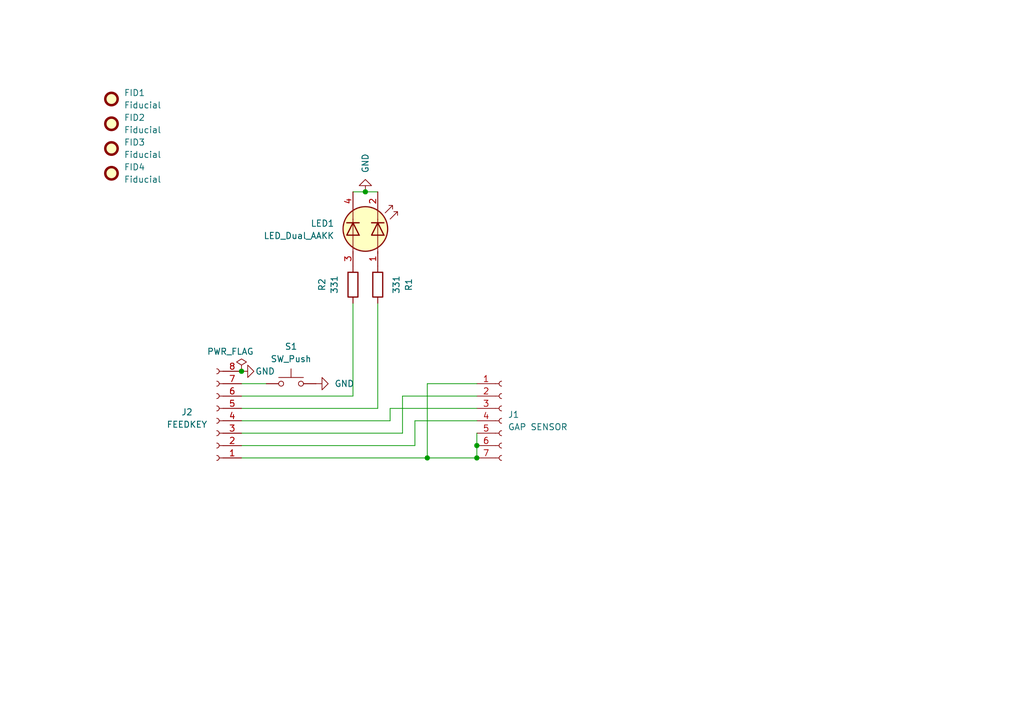
<source format=kicad_sch>
(kicad_sch (version 20231120) (generator "eeschema") (generator_version "8.0")
  (paper "A5")
  (lib_symbols
    (symbol "Connector:Conn_01x07_Socket" (pin_names (offset 1.016) hide)
      (property "Reference" "J" (at 0 10.16 0))
      (property "Value" "Conn_01x07_Socket" (at 0 -10.16 0))
      (symbol "Conn_01x07_Socket_1_1"
        (arc (start 0 -7.112) (mid -0.5058 -7.62) (end 0 -8.128) (stroke (width 0.1524)))
        (arc (start 0 -4.572) (mid -0.5058 -5.08) (end 0 -5.588) (stroke (width 0.1524)))
        (arc (start 0 -2.032) (mid -0.5058 -2.54) (end 0 -3.048) (stroke (width 0.1524)))
        (polyline (pts (xy -1.27 -7.62) (xy -0.508 -7.62)) (stroke (width 0.1524)))
        (polyline (pts (xy -1.27 -5.08) (xy -0.508 -5.08)) (stroke (width 0.1524)))
        (polyline (pts (xy -1.27 -2.54) (xy -0.508 -2.54)) (stroke (width 0.1524)))
        (polyline (pts (xy -1.27 0) (xy -0.508 0)) (stroke (width 0.1524)))
        (polyline (pts (xy -1.27 2.54) (xy -0.508 2.54)) (stroke (width 0.1524)))
        (polyline (pts (xy -1.27 5.08) (xy -0.508 5.08)) (stroke (width 0.1524)))
        (polyline (pts (xy -1.27 7.62) (xy -0.508 7.62)) (stroke (width 0.1524)))
        (arc (start 0 0.508) (mid -0.5058 0) (end 0 -0.508) (stroke (width 0.1524)))
        (arc (start 0 3.048) (mid -0.5058 2.54) (end 0 2.032) (stroke (width 0.1524)))
        (arc (start 0 5.588) (mid -0.5058 5.08) (end 0 4.572) (stroke (width 0.1524)))
        (arc (start 0 8.128) (mid -0.5058 7.62) (end 0 7.112) (stroke (width 0.1524)))
        (pin passive line (at -5.08 7.62 0) (length 3.81) (name "Pin_1") (number "1"))
        (pin passive line (at -5.08 5.08 0) (length 3.81) (name "Pin_2") (number "2"))
        (pin passive line (at -5.08 2.54 0) (length 3.81) (name "Pin_3") (number "3"))
        (pin passive line (at -5.08 0 0) (length 3.81) (name "Pin_4") (number "4"))
        (pin passive line (at -5.08 -2.54 0) (length 3.81) (name "Pin_5") (number "5"))
        (pin passive line (at -5.08 -5.08 0) (length 3.81) (name "Pin_6") (number "6"))
        (pin passive line (at -5.08 -7.62 0) (length 3.81) (name "Pin_7") (number "7"))
      )
    )
    (symbol "Connector:Conn_01x08_Socket" (pin_names (offset 1.016) hide)
      (property "Reference" "J" (at 0 10.16 0))
      (property "Value" "Conn_01x08_Socket" (at 0 -12.7 0))
      (symbol "Conn_01x08_Socket_1_1"
        (arc (start 0 -9.652) (mid -0.5058 -10.16) (end 0 -10.668) (stroke (width 0.1524)))
        (arc (start 0 -7.112) (mid -0.5058 -7.62) (end 0 -8.128) (stroke (width 0.1524)))
        (arc (start 0 -4.572) (mid -0.5058 -5.08) (end 0 -5.588) (stroke (width 0.1524)))
        (arc (start 0 -2.032) (mid -0.5058 -2.54) (end 0 -3.048) (stroke (width 0.1524)))
        (polyline (pts (xy -1.27 -10.16) (xy -0.508 -10.16)) (stroke (width 0.1524)))
        (polyline (pts (xy -1.27 -7.62) (xy -0.508 -7.62)) (stroke (width 0.1524)))
        (polyline (pts (xy -1.27 -5.08) (xy -0.508 -5.08)) (stroke (width 0.1524)))
        (polyline (pts (xy -1.27 -2.54) (xy -0.508 -2.54)) (stroke (width 0.1524)))
        (polyline (pts (xy -1.27 0) (xy -0.508 0)) (stroke (width 0.1524)))
        (polyline (pts (xy -1.27 2.54) (xy -0.508 2.54)) (stroke (width 0.1524)))
        (polyline (pts (xy -1.27 5.08) (xy -0.508 5.08)) (stroke (width 0.1524)))
        (polyline (pts (xy -1.27 7.62) (xy -0.508 7.62)) (stroke (width 0.1524)))
        (arc (start 0 0.508) (mid -0.5058 0) (end 0 -0.508) (stroke (width 0.1524)))
        (arc (start 0 3.048) (mid -0.5058 2.54) (end 0 2.032) (stroke (width 0.1524)))
        (arc (start 0 5.588) (mid -0.5058 5.08) (end 0 4.572) (stroke (width 0.1524)))
        (arc (start 0 8.128) (mid -0.5058 7.62) (end 0 7.112) (stroke (width 0.1524)))
        (pin passive line (at -5.08 7.62 0) (length 3.81) (name "Pin_1") (number "1"))
        (pin passive line (at -5.08 5.08 0) (length 3.81) (name "Pin_2") (number "2"))
        (pin passive line (at -5.08 2.54 0) (length 3.81) (name "Pin_3") (number "3"))
        (pin passive line (at -5.08 0 0) (length 3.81) (name "Pin_4") (number "4"))
        (pin passive line (at -5.08 -2.54 0) (length 3.81) (name "Pin_5") (number "5"))
        (pin passive line (at -5.08 -5.08 0) (length 3.81) (name "Pin_6") (number "6"))
        (pin passive line (at -5.08 -7.62 0) (length 3.81) (name "Pin_7") (number "7"))
        (pin passive line (at -5.08 -10.16 0) (length 3.81) (name "Pin_8") (number "8"))
      )
    )
    (symbol "Device:LED_Dual_AKAK" (pin_names (offset 0) hide)
      (property "Reference" "D" (at 0 5.715 0))
      (property "Value" "LED_Dual_AKAK" (at 0 -6.35 0))
      (symbol "LED_Dual_AKAK_0_1"
        (polyline (pts (xy -5.08 -2.54) (xy 2.032 -2.54)))
        (polyline (pts (xy -5.08 2.54) (xy 2.032 2.54)))
        (polyline (pts (xy 1.27 -1.27) (xy 1.27 -3.81)) (stroke (width 0.254)))
        (polyline (pts (xy 1.27 3.81) (xy 1.27 1.27)) (stroke (width 0.254)))
        (polyline (pts (xy 3.81 -2.54) (xy 1.905 -2.54)))
        (polyline (pts (xy 3.81 2.54) (xy 1.905 2.54)))
        (polyline (pts (xy -1.27 -1.27) (xy -1.27 -3.81) (xy 1.27 -2.54) (xy -1.27 -1.27)) (stroke (width 0.254)))
        (polyline (pts (xy -1.27 3.81) (xy -1.27 1.27) (xy 1.27 2.54) (xy -1.27 3.81)) (stroke (width 0.254)))
        (polyline (pts (xy 2.032 5.08) (xy 3.556 6.604) (xy 2.794 6.604) (xy 3.556 6.604) (xy 3.556 5.842)))
        (polyline (pts (xy 3.302 4.064) (xy 4.826 5.588) (xy 4.064 5.588) (xy 4.826 5.588) (xy 4.826 4.826)))
        (circle (center 0 0) (radius 4.572) (stroke (width 0.254)) (fill (type background)))
      )
      (symbol "LED_Dual_AKAK_1_1"
        (pin input line (at -7.62 2.54 0) (length 3.048) (name "A1") (number "1"))
        (pin input line (at 7.62 2.54 180) (length 3.81) (name "K1") (number "2"))
        (pin input line (at -7.62 -2.54 0) (length 3.048) (name "A2") (number "3"))
        (pin input line (at 7.62 -2.54 180) (length 3.81) (name "K2") (number "4"))
      )
    )
    (symbol "Device:R" (pin_numbers hide) (pin_names (offset 0))
      (property "Reference" "R" (at 2.032 0 90))
      (property "Value" "R" (at 0 0 90))
      (symbol "R_0_1"
        (rectangle (start -1.016 -2.54) (end 1.016 2.54) (stroke (width 0.254)))
      )
      (symbol "R_1_1"
        (pin passive line (at 0 3.81 270) (length 1.27) (name "~") (number "1"))
        (pin passive line (at 0 -3.81 90) (length 1.27) (name "~") (number "2"))
      )
    )
    (symbol "Mechanical:Fiducial" (exclude_from_sim yes) (in_bom no)
      (property "Reference" "FID" (at 0 5.08 0))
      (property "Value" "Fiducial" (at 0 3.175 0))
      (symbol "Fiducial_0_1"
        (circle (center 0 0) (radius 1.27) (stroke (width 0.508)) (fill (type background)))
      )
    )
    (symbol "Switch:SW_Push" (pin_numbers hide) (pin_names (offset 1.016) hide)
      (property "Reference" "SW" (at 1.27 2.54 0))
      (property "Value" "SW_Push" (at 0 -1.524 0))
      (symbol "SW_Push_0_1"
        (circle (center -2.032 0) (radius 0.508))
        (polyline (pts (xy 0 1.27) (xy 0 3.048)))
        (polyline (pts (xy 2.54 1.27) (xy -2.54 1.27)))
        (circle (center 2.032 0) (radius 0.508))
        (pin passive line (at -5.08 0 0) (length 2.54) (name "1") (number "1"))
        (pin passive line (at 5.08 0 180) (length 2.54) (name "2") (number "2"))
      )
    )
    (symbol "power:GND" (power) (pin_numbers hide) (pin_names (offset 0) hide)
      (property "Value" "GND" (at 0 -3.81 0))
      (symbol "GND_0_1"
        (polyline (pts (xy 0 0) (xy 0 -1.27) (xy 1.27 -1.27) (xy 0 -2.54) (xy -1.27 -1.27) (xy 0 -1.27)))
      )
      (symbol "GND_1_1"
        (pin power_in line (at 0 0 270) (length 0) (name "~") (number "1"))
      )
    )
    (symbol "power:PWR_FLAG" (power) (pin_numbers hide) (pin_names (offset 0) hide)
      (property "Value" "PWR_FLAG" (at 0 3.81 0))
      (symbol "PWR_FLAG_0_0"
        (pin power_out line (at 0 0 90) (length 0) (name "~") (number "1"))
      )
      (symbol "PWR_FLAG_0_1"
        (polyline (pts (xy 0 0) (xy 0 1.27) (xy -1.016 1.905) (xy 0 2.54) (xy 1.016 1.905) (xy 0 1.27)))
      )
    )
  )
  (junction (at 97.79 93.98))
  (junction (at 87.63 93.98))
  (junction (at 74.93 39.37))
  (junction (at 97.79 91.44))
  (junction (at 49.53 76.2))
  (wire (pts (xy 49.53 88.9) (xy 82.55 88.9)))
  (wire (pts (xy 97.79 88.9) (xy 97.79 91.44)))
  (wire (pts (xy 77.47 39.37) (xy 74.93 39.37)))
  (wire (pts (xy 77.47 83.82) (xy 49.53 83.82)))
  (wire (pts (xy 49.53 81.28) (xy 72.39 81.28)))
  (wire (pts (xy 80.01 86.36) (xy 49.53 86.36)))
  (wire (pts (xy 54.61 78.74) (xy 49.53 78.74)))
  (wire (pts (xy 82.55 88.9) (xy 82.55 81.28)))
  (wire (pts (xy 72.39 81.28) (xy 72.39 62.23)))
  (wire (pts (xy 77.47 62.23) (xy 77.47 83.82)))
  (wire (pts (xy 49.53 93.98) (xy 87.63 93.98)))
  (wire (pts (xy 97.79 78.74) (xy 87.63 78.74)))
  (wire (pts (xy 87.63 93.98) (xy 97.79 93.98)))
  (wire (pts (xy 97.79 83.82) (xy 80.01 83.82)))
  (wire (pts (xy 85.09 91.44) (xy 49.53 91.44)))
  (wire (pts (xy 80.01 83.82) (xy 80.01 86.36)))
  (wire (pts (xy 97.79 91.44) (xy 97.79 93.98)))
  (wire (pts (xy 74.93 39.37) (xy 72.39 39.37)))
  (wire (pts (xy 97.79 86.36) (xy 85.09 86.36)))
  (wire (pts (xy 82.55 81.28) (xy 97.79 81.28)))
  (wire (pts (xy 85.09 86.36) (xy 85.09 91.44)))
  (wire (pts (xy 87.63 78.74) (xy 87.63 93.98)))
  (symbol (lib_id "Mechanical:Fiducial") (at 22.86 35.56 0) (unit 1) (exclude_from_sim yes) (in_bom no)
    (property "Reference" "FID4" (at 25.4 34.2899 0) (effects (justify left)))
    (property "Value" "Fiducial" (at 25.4 36.8299 0) (effects (justify left)))
    (property "Footprint" "Fiducial:Fiducial_1.5mm_Mask3mm" (effects (hide yes)))
    (property "Description" "Fiducial Marker" (effects (hide yes)))
  )
  (symbol (lib_id "Device:LED_Dual_AKAK") (at 74.93 46.99 270) (mirror x) (unit 1)
    (property "Reference" "LED1" (at 68.58 45.8469 90) (effects (justify right)))
    (property "Value" "LED_Dual_AAKK" (at 68.58 48.3869 90) (effects (justify right)))
    (property "Footprint" "LED_SMD:LED_Kingbright_KPBD-3224" (effects (hide yes)))
    (property "Description" "Dual LED, cathodes on pins 2 and 4" (effects (hide yes)))
  )
  (symbol (lib_id "Mechanical:Fiducial") (at 22.86 20.32 0) (unit 1) (exclude_from_sim yes) (in_bom no)
    (property "Reference" "FID1" (at 25.4 19.0499 0) (effects (justify left)))
    (property "Value" "Fiducial" (at 25.4 21.5899 0) (effects (justify left)))
    (property "Footprint" "Fiducial:Fiducial_1.5mm_Mask3mm" (effects (hide yes)))
    (property "Description" "Fiducial Marker" (effects (hide yes)))
  )
  (symbol (lib_id "Connector:Conn_01x08_Socket") (at 44.45 86.36 180) (unit 1)
    (property "Reference" "J2" (at 38.354 84.582 0))
    (property "Value" "FEEDKEY" (at 38.354 87.122 0))
    (property "Footprint" "Connector_JST:JST_GH_BM08B-GHS-TBT_1x08-1MP_P1.25mm_Vertical" (effects (hide yes)))
    (property "Description" "Generic connector, single row, 01x08, script generated" (effects (hide yes)))
  )
  (symbol (lib_id "Device:R") (at 72.39 58.42 0) (mirror x) (unit 1)
    (property "Reference" "R2" (at 66.04 58.42 90))
    (property "Value" "331" (at 68.58 58.42 90))
    (property "Footprint" "LED_SMD:LED_0805_2012Metric" (effects (hide yes)))
    (property "Description" "Resistor" (effects (hide yes)))
  )
  (symbol (lib_id "power:GND") (at 74.93 39.37 0) (mirror x) (unit 1)
    (property "Reference" "#PWR01" (effects (hide yes)))
    (property "Value" "GND" (at 74.9301 35.56 90) (effects (justify right)))
    (property "Description" "Power symbol creates a global label with name \"GND\" , ground" (effects (hide yes)))
  )
  (symbol (lib_id "Device:R") (at 77.47 58.42 0) (unit 1)
    (property "Reference" "R1" (at 83.82 58.42 90))
    (property "Value" "331" (at 81.28 58.42 90))
    (property "Footprint" "LED_SMD:LED_0805_2012Metric" (effects (hide yes)))
    (property "Description" "Resistor" (effects (hide yes)))
  )
  (symbol (lib_id "power:PWR_FLAG") (at 49.53 76.2 0) (unit 1)
    (property "Reference" "#FLG01" (effects (hide yes)))
    (property "Value" "PWR_FLAG" (at 47.244 72.136 0))
    (property "Description" "Special symbol for telling ERC where power comes from" (effects (hide yes)))
  )
  (symbol (lib_id "Mechanical:Fiducial") (at 22.86 25.4 0) (unit 1) (exclude_from_sim yes) (in_bom no)
    (property "Reference" "FID2" (at 25.4 24.1299 0) (effects (justify left)))
    (property "Value" "Fiducial" (at 25.4 26.6699 0) (effects (justify left)))
    (property "Footprint" "Fiducial:Fiducial_1.5mm_Mask3mm" (effects (hide yes)))
    (property "Description" "Fiducial Marker" (effects (hide yes)))
  )
  (symbol (lib_id "Mechanical:Fiducial") (at 22.86 30.48 0) (unit 1) (exclude_from_sim yes) (in_bom no)
    (property "Reference" "FID3" (at 25.4 29.2099 0) (effects (justify left)))
    (property "Value" "Fiducial" (at 25.4 31.7499 0) (effects (justify left)))
    (property "Footprint" "Fiducial:Fiducial_1.5mm_Mask3mm" (effects (hide yes)))
    (property "Description" "Fiducial Marker" (effects (hide yes)))
  )
  (symbol (lib_id "Connector:Conn_01x07_Socket") (at 102.87 86.36 0) (unit 1)
    (property "Reference" "J1" (at 104.14 85.0899 0) (effects (justify left)))
    (property "Value" "GAP SENSOR" (at 104.14 87.6299 0) (effects (justify left)))
    (property "Footprint" "Connector_JST:JST_GH_BM07B-GHS-TBT_1x07-1MP_P1.25mm_Vertical" (effects (hide yes)))
    (property "Description" "Generic connector, single row, 01x07, script generated" (effects (hide yes)))
  )
  (symbol (lib_id "Switch:SW_Push") (at 59.69 78.74 0) (unit 1)
    (property "Reference" "S1" (at 59.69 71.12 0))
    (property "Value" "SW_Push" (at 59.69 73.66 0))
    (property "Footprint" "Button_Switch_SMD:SW_Push_1P1T_NO_6x6mm_H9.5mm" (effects (hide yes)))
    (property "Description" "Push button switch, generic, two pins" (effects (hide yes)))
  )
  (symbol (lib_id "power:GND") (at 49.53 76.2 90) (unit 1)
    (property "Reference" "#PWR03" (effects (hide yes)))
    (property "Value" "GND" (at 52.324 76.2 90) (effects (justify right)))
    (property "Description" "Power symbol creates a global label with name \"GND\" , ground" (effects (hide yes)))
  )
  (symbol (lib_id "power:GND") (at 64.77 78.74 90) (unit 1)
    (property "Reference" "#PWR02" (effects (hide yes)))
    (property "Value" "GND" (at 68.58 78.7399 90) (effects (justify right)))
    (property "Description" "Power symbol creates a global label with name \"GND\" , ground" (effects (hide yes)))
  )
)
</source>
